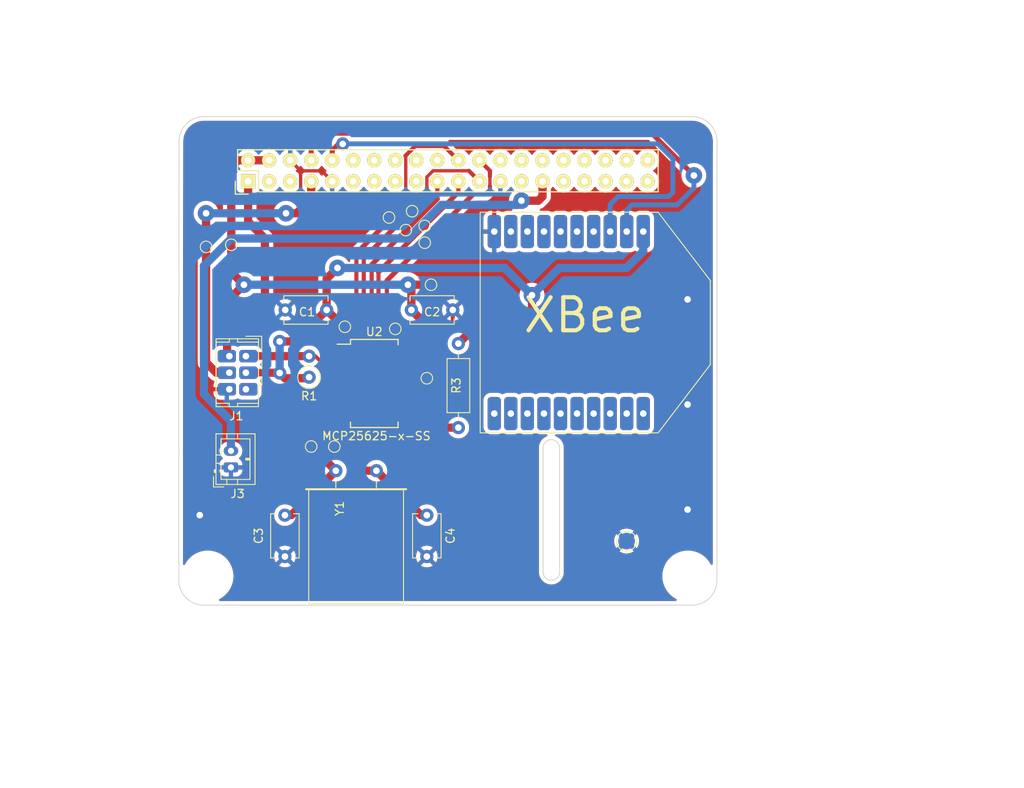
<source format=kicad_pcb>
(kicad_pcb (version 20211014) (generator pcbnew)
  (layers (0 "F.Cu" signal) (31 "B.Cu" signal) (34 "B.Paste" user) (35 "F.Paste" user) (36 "B.SilkS" user "B.Silkscreen") (37 "F.SilkS" user "F.Silkscreen") (38 "B.Mask" user) (39 "F.Mask" user) (44 "Edge.Cuts" user))
  (net 0 "")
  (net 1 "can_H")
  (net 2 "can_L")
  (net 6 "cmd_relais")
  (net 7 "GND")
  (net 15 "MOSI")
  (net 17 "MISO")
  (net 18 "INT")
  (net 19 "CLK")
  (net 20 "CS")
  (net 24 "/RPi_GPIO/Starter")
  (net 33 "/RPi_GPIO/BCM14_TXD")
  (net 34 "/RPi_GPIO/BCM15_RXD")
  (net 55 "Net-(C3-Pad1)")
  (net 56 "Net-(C4-Pad1)")
  (net 59 "Net-(R3-Pad2)")
  (net 60 "Net-(U2-Pad20)")
  (net 61 "Net-(U2-Pad21)")
  (net 69 "+3.3VA")
  (net 70 "+5V")
  (footprint "RPi_Hat:RPi_Hat_Mounting_Hole" (layer "F.Cu") (at 63.71 90.6)
    (fp_text reference "" hide)
    (fp_text value "" hide)
    (pad "" np_thru_hole circle locked (at 0 0) (size 2.75 2.75) (drill 2.75) (layers *.Cu *.Mask) (clearance 1.725))
  )
  (footprint "RPi_Hat:RPi_Hat_Mounting_Hole" (layer "F.Cu") (at 121.71 90.6)
    (fp_text reference "" hide)
    (fp_text value "" hide)
    (pad "" np_thru_hole circle locked (at 0 0) (size 2.75 2.75) (drill 2.75) (layers *.Cu *.Mask) (clearance 1.725))
  )
  (footprint "RPi_Hat:Pin_Header_Straight_2x20" (layer "F.Cu") (at 92.71 41.6 90)
    (fp_text reference "J2" hide)
    (fp_text value "RPi_GPIO")
    (fp_line (start -2.82 -25.68) (end -2.82 -24.13) (layer "F.SilkS") (width 0.15))
    (fp_line (start -2.54 -22.86) (end -2.54 25.4) (layer "F.SilkS") (width 0.15))
    (fp_line (start 2.54 -25.4) (end 0 -25.4) (layer "F.SilkS") (width 0.15))
    (fp_line (start 0 -22.86) (end -2.54 -22.86) (layer "F.SilkS") (width 0.15))
    (fp_line (start 0 -25.4) (end 0 -22.86) (layer "F.SilkS") (width 0.15))
    (fp_line (start 2.54 25.4) (end -2.54 25.4) (layer "F.SilkS") (width 0.15))
    (fp_line (start -1.27 -25.68) (end -2.82 -25.68) (layer "F.SilkS") (width 0.15))
    (fp_line (start 2.54 25.4) (end 2.54 -25.4) (layer "F.SilkS") (width 0.15))
    (pad "1" thru_hole rect locked (at -1.27 -24.13 90) (size 1.7272 1.7272) (drill 0.8) (layers *.Cu *.Mask "F.SilkS") (net 69 "+3.3VA"))
    (pad "2" thru_hole oval locked (at 1.27 -24.13 90) (size 1.7272 1.7272) (drill 0.8) (layers *.Cu *.Mask "F.SilkS") (net 70 "+5V"))
    (pad "3" thru_hole oval locked (at -1.27 -21.59 90) (size 1.7272 1.7272) (drill 0.8) (layers *.Cu *.Mask "F.SilkS"))
    (pad "4" thru_hole oval locked (at 1.27 -21.59 90) (size 1.7272 1.7272) (drill 0.8) (layers *.Cu *.Mask "F.SilkS") (net 70 "+5V"))
    (pad "5" thru_hole oval locked (at -1.27 -19.05 90) (size 1.7272 1.7272) (drill 0.8) (layers *.Cu *.Mask "F.SilkS"))
    (pad "6" thru_hole oval locked (at 1.27 -19.05 90) (size 1.7272 1.7272) (drill 0.8) (layers *.Cu *.Mask "F.SilkS") (net 7 "GND"))
    (pad "7" thru_hole oval locked (at -1.27 -16.51 90) (size 1.7272 1.7272) (drill 0.8) (layers *.Cu *.Mask "F.SilkS") (net 6 "cmd_relais"))
    (pad "8" thru_hole oval locked (at 1.27 -16.51 90) (size 1.7272 1.7272) (drill 0.8) (layers *.Cu *.Mask "F.SilkS") (net 33 "/RPi_GPIO/BCM14_TXD"))
    (pad "9" thru_hole oval locked (at -1.27 -13.97 90) (size 1.7272 1.7272) (drill 0.8) (layers *.Cu *.Mask "F.SilkS") (net 7 "GND"))
    (pad "10" thru_hole oval locked (at 1.27 -13.97 90) (size 1.7272 1.7272) (drill 0.8) (layers *.Cu *.Mask "F.SilkS") (net 34 "/RPi_GPIO/BCM15_RXD"))
    (pad "11" thru_hole oval locked (at -1.27 -11.43 90) (size 1.7272 1.7272) (drill 0.8) (layers *.Cu *.Mask "F.SilkS"))
    (pad "12" thru_hole oval locked (at 1.27 -11.43 90) (size 1.7272 1.7272) (drill 0.8) (layers *.Cu *.Mask "F.SilkS"))
    (pad "13" thru_hole oval locked (at -1.27 -8.89 90) (size 1.7272 1.7272) (drill 0.8) (layers *.Cu *.Mask "F.SilkS"))
    (pad "14" thru_hole oval locked (at 1.27 -8.89 90) (size 1.7272 1.7272) (drill 0.8) (layers *.Cu *.Mask "F.SilkS"))
    (pad "15" thru_hole oval locked (at -1.27 -6.35 90) (size 1.7272 1.7272) (drill 0.8) (layers *.Cu *.Mask "F.SilkS"))
    (pad "16" thru_hole oval locked (at 1.27 -6.35 90) (size 1.7272 1.7272) (drill 0.8) (layers *.Cu *.Mask "F.SilkS"))
    (pad "17" thru_hole oval locked (at -1.27 -3.81 90) (size 1.7272 1.7272) (drill 0.8) (layers *.Cu *.Mask "F.SilkS"))
    (pad "18" thru_hole oval locked (at 1.27 -3.81 90) (size 1.7272 1.7272) (drill 0.8) (layers *.Cu *.Mask "F.SilkS"))
    (pad "19" thru_hole oval locked (at -1.27 -1.27 90) (size 1.7272 1.7272) (drill 0.8) (layers *.Cu *.Mask "F.SilkS") (net 15 "MOSI"))
    (pad "20" thru_hole oval locked (at 1.27 -1.27 90) (size 1.7272 1.7272) (drill 0.8) (layers *.Cu *.Mask "F.SilkS"))
    (pad "21" thru_hole oval locked (at -1.27 1.27 90) (size 1.7272 1.7272) (drill 0.8) (layers *.Cu *.Mask "F.SilkS") (net 17 "MISO"))
    (pad "22" thru_hole oval locked (at 1.27 1.27 90) (size 1.7272 1.7272) (drill 0.8) (layers *.Cu *.Mask "F.SilkS") (net 18 "INT"))
    (pad "23" thru_hole oval locked (at -1.27 3.81 90) (size 1.7272 1.7272) (drill 0.8) (layers *.Cu *.Mask "F.SilkS") (net 19 "CLK"))
    (pad "24" thru_hole oval locked (at 1.27 3.81 90) (size 1.7272 1.7272) (drill 0.8) (layers *.Cu *.Mask "F.SilkS") (net 20 "CS"))
    (pad "25" thru_hole oval locked (at -1.27 6.35 90) (size 1.7272 1.7272) (drill 0.8) (layers *.Cu *.Mask "F.SilkS") (net 7 "GND"))
    (pad "26" thru_hole oval locked (at 1.27 6.35 90) (size 1.7272 1.7272) (drill 0.8) (layers *.Cu *.Mask "F.SilkS"))
    (pad "27" thru_hole oval locked (at -1.27 8.89 90) (size 1.7272 1.7272) (drill 0.8) (layers *.Cu *.Mask "F.SilkS"))
    (pad "28" thru_hole oval locked (at 1.27 8.89 90) (size 1.7272 1.7272) (drill 0.8) (layers *.Cu *.Mask "F.SilkS"))
    (pad "29" thru_hole oval locked (at -1.27 11.43 90) (size 1.7272 1.7272) (drill 0.8) (layers *.Cu *.Mask "F.SilkS") (net 24 "/RPi_GPIO/Starter"))
    (pad "30" thru_hole oval locked (at 1.27 11.43 90) (size 1.7272 1.7272) (drill 0.8) (layers *.Cu *.Mask "F.SilkS"))
    (pad "31" thru_hole oval locked (at -1.27 13.97 90) (size 1.7272 1.7272) (drill 0.8) (layers *.Cu *.Mask "F.SilkS"))
    (pad "32" thru_hole oval locked (at 1.27 13.97 90) (size 1.7272 1.7272) (drill 0.8) (layers *.Cu *.Mask "F.SilkS"))
    (pad "33" thru_hole oval locked (at -1.27 16.51 90) (size 1.7272 1.7272) (drill 0.8) (layers *.Cu *.Mask "F.SilkS"))
    (pad "34" thru_hole oval locked (at 1.27 16.51 90) (size 1.7272 1.7272) (drill 0.8) (layers *.Cu *.Mask "F.SilkS"))
    (pad "35" thru_hole oval locked (at -1.27 19.05 90) (size 1.7272 1.7272) (drill 0.8) (layers *.Cu *.Mask "F.SilkS"))
    (pad "36" thru_hole oval locked (at 1.27 19.05 90) (size 1.7272 1.7272) (drill 0.8) (layers *.Cu *.Mask "F.SilkS"))
    (pad "37" thru_hole oval locked (at -1.27 21.59 90) (size 1.7272 1.7272) (drill 0.8) (layers *.Cu *.Mask "F.SilkS"))
    (pad "38" thru_hole oval locked (at 1.27 21.59 90) (size 1.7272 1.7272) (drill 0.8) (layers *.Cu *.Mask "F.SilkS"))
    (pad "39" thru_hole oval locked (at -1.27 24.13 90) (size 1.7272 1.7272) (drill 0.8) (layers *.Cu *.Mask "F.SilkS"))
    (pad "40" thru_hole oval locked (at 1.27 24.13 90) (size 1.7272 1.7272) (drill 0.8) (layers *.Cu *.Mask "F.SilkS"))
  )
  (footprint "TestPoint:TestPoint_Pad_D1.0mm" (layer "F.Cu") (at 66.548 50.546)
    (fp_text reference "REF**" hide)
    (fp_text value "TestPoint_Pad_D1.0mm")
    (fp_circle (center 0 0) (end 0 0.7) (layer "F.SilkS") (width 0.12) (fill none))
    (pad "1" smd circle locked (at 0 0) (size 1 1) (layers "F.Cu" "F.Mask") (net 70 "+5V"))
  )
  (footprint "Resistor_THT:R_Axial_DIN0207_L6.3mm_D2.5mm_P10.16mm_Horizontal" (layer "F.Cu") (at 93.98 62.484 -90)
    (fp_text reference "R3" (at 5.08 0.254 90) (layer "F.SilkS"))
    (fp_text value "5k")
    (fp_line (start 1.81 -1.37) (end 1.81 1.37) (layer "F.SilkS") (width 0.12))
    (fp_line (start 8.35 -1.37) (end 1.81 -1.37) (layer "F.SilkS") (width 0.12))
    (fp_line (start 8.35 1.37) (end 8.35 -1.37) (layer "F.SilkS") (width 0.12))
    (fp_line (start 9.12 0) (end 8.35 0) (layer "F.SilkS") (width 0.12))
    (fp_line (start 1.04 0) (end 1.81 0) (layer "F.SilkS") (width 0.12))
    (fp_line (start 1.81 1.37) (end 8.35 1.37) (layer "F.SilkS") (width 0.12))
    (pad "1" thru_hole circle locked (at 0 0 270) (size 1.6 1.6) (drill 0.8) (layers *.Cu *.Mask) (net 70 "+5V"))
    (pad "2" thru_hole oval locked (at 10.16 0 270) (size 1.6 1.6) (drill 0.8) (layers *.Cu *.Mask) (net 59 "Net-(R3-Pad2)"))
  )
  (footprint "TestPoint:TestPoint_Pad_D1.0mm" (layer "F.Cu") (at 89.916 48.26)
    (fp_text reference "REF**" hide)
    (fp_text value "TestPoint_Pad_D1.0mm")
    (fp_circle (center 0 0) (end 0 0.7) (layer "F.SilkS") (width 0.12) (fill none))
    (pad "1" smd circle locked (at 0 0) (size 1 1) (layers "F.Cu" "F.Mask") (net 17 "MISO"))
  )
  (footprint "TestPoint:TestPoint_Pad_D1.0mm" (layer "F.Cu") (at 90.678 55.372)
    (fp_text reference "REF**" hide)
    (fp_text value "TestPoint_Pad_D1.0mm")
    (fp_circle (center 0 0) (end 0 0.7) (layer "F.SilkS") (width 0.12) (fill none))
    (pad "1" smd circle locked (at 0 0) (size 1 1) (layers "F.Cu" "F.Mask") (net 70 "+5V"))
  )
  (footprint "Package_SO:SSOP-28_5.3x10.2mm_P0.65mm" (layer "F.Cu") (at 83.82 67.31)
    (fp_text reference "U2" (at 0 -6.25) (layer "F.SilkS"))
    (fp_text value "MCP25625-x-SS" (at 0.254 6.35) (layer "F.SilkS"))
    (fp_line (start -2.875 -5.325) (end 2.875 -5.325) (layer "F.SilkS") (width 0.15))
    (fp_line (start -2.875 -4.75) (end -4.475 -4.75) (layer "F.SilkS") (width 0.15))
    (fp_line (start 2.875 5.325) (end 2.875 4.675) (layer "F.SilkS") (width 0.15))
    (fp_line (start 2.875 -5.325) (end 2.875 -4.675) (layer "F.SilkS") (width 0.15))
    (fp_line (start -2.875 5.325) (end 2.875 5.325) (layer "F.SilkS") (width 0.15))
    (fp_line (start -2.875 -5.325) (end -2.875 -4.75) (layer "F.SilkS") (width 0.15))
    (fp_line (start -2.875 5.325) (end -2.875 4.675) (layer "F.SilkS") (width 0.15))
    (pad "1" smd rect locked (at -3.6 -4.225) (size 1.75 0.45) (layers "F.Cu" "F.Paste" "F.Mask") (net 69 "+3.3VA"))
    (pad "2" smd rect locked (at -3.6 -3.575) (size 1.75 0.45) (layers "F.Cu" "F.Paste" "F.Mask"))
    (pad "3" smd rect locked (at -3.6 -2.925) (size 1.75 0.45) (layers "F.Cu" "F.Paste" "F.Mask") (net 2 "can_L"))
    (pad "4" smd rect locked (at -3.6 -2.275) (size 1.75 0.45) (layers "F.Cu" "F.Paste" "F.Mask") (net 1 "can_H"))
    (pad "5" smd rect locked (at -3.6 -1.625) (size 1.75 0.45) (layers "F.Cu" "F.Paste" "F.Mask"))
    (pad "6" smd rect locked (at -3.6 -0.975) (size 1.75 0.45) (layers "F.Cu" "F.Paste" "F.Mask"))
    (pad "7" smd rect locked (at -3.6 -0.325) (size 1.75 0.45) (layers "F.Cu" "F.Paste" "F.Mask"))
    (pad "8" smd rect locked (at -3.6 0.325) (size 1.75 0.45) (layers "F.Cu" "F.Paste" "F.Mask") (net 55 "Net-(C3-Pad1)"))
    (pad "9" smd rect locked (at -3.6 0.975) (size 1.75 0.45) (layers "F.Cu" "F.Paste" "F.Mask") (net 56 "Net-(C4-Pad1)"))
    (pad "10" smd rect locked (at -3.6 1.625) (size 1.75 0.45) (layers "F.Cu" "F.Paste" "F.Mask") (net 7 "GND"))
    (pad "11" smd rect locked (at -3.6 2.275) (size 1.75 0.45) (layers "F.Cu" "F.Paste" "F.Mask"))
    (pad "12" smd rect locked (at -3.6 2.925) (size 1.75 0.45) (layers "F.Cu" "F.Paste" "F.Mask"))
    (pad "13" smd rect locked (at -3.6 3.575) (size 1.75 0.45) (layers "F.Cu" "F.Paste" "F.Mask") (net 18 "INT"))
    (pad "14" smd rect locked (at -3.6 4.225) (size 1.75 0.45) (layers "F.Cu" "F.Paste" "F.Mask") (net 19 "CLK"))
    (pad "15" smd rect locked (at 3.6 4.225) (size 1.75 0.45) (layers "F.Cu" "F.Paste" "F.Mask") (net 15 "MOSI"))
    (pad "16" smd rect locked (at 3.6 3.575) (size 1.75 0.45) (layers "F.Cu" "F.Paste" "F.Mask") (net 17 "MISO"))
    (pad "17" smd rect locked (at 3.6 2.925) (size 1.75 0.45) (layers "F.Cu" "F.Paste" "F.Mask") (net 20 "CS"))
    (pad "18" smd rect locked (at 3.6 2.275) (size 1.75 0.45) (layers "F.Cu" "F.Paste" "F.Mask") (net 59 "Net-(R3-Pad2)"))
    (pad "19" smd rect locked (at 3.6 1.625) (size 1.75 0.45) (layers "F.Cu" "F.Paste" "F.Mask") (net 69 "+3.3VA"))
    (pad "20" smd rect locked (at 3.6 0.975) (size 1.75 0.45) (layers "F.Cu" "F.Paste" "F.Mask") (net 60 "Net-(U2-Pad20)"))
    (pad "21" smd rect locked (at 3.6 0.325) (size 1.75 0.45) (layers "F.Cu" "F.Paste" "F.Mask") (net 61 "Net-(U2-Pad21)"))
    (pad "22" smd rect locked (at 3.6 -0.325) (size 1.75 0.45) (layers "F.Cu" "F.Paste" "F.Mask"))
    (pad "23" smd rect locked (at 3.6 -0.975) (size 1.75 0.45) (layers "F.Cu" "F.Paste" "F.Mask"))
    (pad "24" smd rect locked (at 3.6 -1.625) (size 1.75 0.45) (layers "F.Cu" "F.Paste" "F.Mask") (net 60 "Net-(U2-Pad20)"))
    (pad "25" smd rect locked (at 3.6 -2.275) (size 1.75 0.45) (layers "F.Cu" "F.Paste" "F.Mask"))
    (pad "26" smd rect locked (at 3.6 -2.925) (size 1.75 0.45) (layers "F.Cu" "F.Paste" "F.Mask") (net 7 "GND"))
    (pad "27" smd rect locked (at 3.6 -3.575) (size 1.75 0.45) (layers "F.Cu" "F.Paste" "F.Mask") (net 70 "+5V"))
    (pad "28" smd rect locked (at 3.6 -4.225) (size 1.75 0.45) (layers "F.Cu" "F.Paste" "F.Mask") (net 61 "Net-(U2-Pad21)"))
  )
  (footprint "Connector_JST:JST_PH_B2B-PH-K_1x02_P2.00mm_Vertical" (layer "F.Cu") (at 66.506 77.454 90)
    (fp_text reference "J3" (at -3.191 0.804 180) (layer "F.SilkS"))
    (fp_text value "Conn_01x02")
    (fp_line (start -1.45 -1.2) (end -1.45 2.3) (layer "F.SilkS") (width 0.12))
    (fp_line (start -2.06 -1.81) (end -2.06 2.91) (layer "F.SilkS") (width 0.12))
    (fp_line (start -2.36 -2.11) (end -2.36 -0.86) (layer "F.SilkS") (width 0.12))
    (fp_line (start 0.9 2.3) (end 0.9 1.8) (layer "F.SilkS") (width 0.12))
    (fp_line (start 3.45 2.3) (end 3.45 -1.2) (layer "F.SilkS") (width 0.12))
    (fp_line (start 0.5 -1.81) (end 0.5 -1.2) (layer "F.SilkS") (width 0.12))
    (fp_line (start 1 2.3) (end 1 1.8) (layer "F.SilkS") (width 0.12))
    (fp_line (start 3.45 -1.2) (end 1.5 -1.2) (layer "F.SilkS") (width 0.12))
    (fp_line (start -2.06 2.91) (end 4.06 2.91) (layer "F.SilkS") (width 0.12))
    (fp_line (start 1.5 -1.2) (end 1.5 -1.81) (layer "F.SilkS") (width 0.12))
    (fp_line (start -1.11 -2.11) (end -2.36 -2.11) (layer "F.SilkS") (width 0.12))
    (fp_line (start -1.45 2.3) (end 3.45 2.3) (layer "F.SilkS") (width 0.12))
    (fp_line (start 4.06 2.91) (end 4.06 -1.81) (layer "F.SilkS") (width 0.12))
    (fp_line (start 4.06 -1.81) (end -2.06 -1.81) (layer "F.SilkS") (width 0.12))
    (fp_line (start 0.9 1.8) (end 1.1 1.8) (layer "F.SilkS") (width 0.12))
    (fp_line (start -0.3 -1.81) (end -0.3 -2.01) (layer "F.SilkS") (width 0.12))
    (fp_line (start -2.06 -0.5) (end -1.45 -0.5) (layer "F.SilkS") (width 0.12))
    (fp_line (start 4.06 0.8) (end 3.45 0.8) (layer "F.SilkS") (width 0.12))
    (fp_line (start -0.3 -2.01) (end -0.6 -2.01) (layer "F.SilkS") (width 0.12))
    (fp_line (start 4.06 -0.5) (end 3.45 -0.5) (layer "F.SilkS") (width 0.12))
    (fp_line (start -0.6 -2.01) (end -0.6 -1.81) (layer "F.SilkS") (width 0.12))
    (fp_line (start 1.1 1.8) (end 1.1 2.3) (layer "F.SilkS") (width 0.12))
    (fp_line (start -2.06 0.8) (end -1.45 0.8) (layer "F.SilkS") (width 0.12))
    (fp_line (start -0.3 -1.91) (end -0.6 -1.91) (layer "F.SilkS") (width 0.12))
    (fp_line (start 0.5 -1.2) (end -1.45 -1.2) (layer "F.SilkS") (width 0.12))
    (pad "1" thru_hole roundrect locked (at 0 0 90) (size 1.2 1.75) (drill 0.75) (layers *.Cu *.Mask) (roundrect_rratio 0.2083333333) (net 7 "GND"))
    (pad "2" thru_hole oval locked (at 2 0 90) (size 1.2 1.75) (drill 0.75) (layers *.Cu *.Mask) (net 24 "/RPi_GPIO/Starter"))
  )
  (footprint "TestPoint:TestPoint_Pad_D1.0mm" (layer "F.Cu") (at 78.994 74.93)
    (fp_text reference " " hide)
    (fp_text value "TestPoint_Pad_D1.0mm")
    (fp_circle (center 0 0) (end 0 0.7) (layer "F.SilkS") (width 0.12) (fill none))
    (pad "1" smd circle locked (at 0 0) (size 1 1) (layers "F.Cu" "F.Mask") (net 56 "Net-(C4-Pad1)"))
  )
  (footprint "TestPoint:TestPoint_Pad_D1.0mm" (layer "F.Cu") (at 90.17 66.675)
    (fp_text reference "REF**" hide)
    (fp_text value "TestPoint_Pad_D1.0mm")
    (fp_circle (center 0 0) (end 0 0.7) (layer "F.SilkS") (width 0.12) (fill none))
    (pad "1" smd circle locked (at 0 0) (size 1 1) (layers "F.Cu" "F.Mask") (net 60 "Net-(U2-Pad20)"))
  )
  (footprint "TestPoint:TestPoint_Pad_D1.0mm" (layer "F.Cu") (at 88.392 46.482)
    (fp_text reference "REF**" hide)
    (fp_text value "TestPoint_Pad_D1.0mm")
    (fp_circle (center 0 0) (end 0 0.7) (layer "F.SilkS") (width 0.12) (fill none))
    (pad "1" smd circle locked (at 0 0) (size 1 1) (layers "F.Cu" "F.Mask") (net 19 "CLK"))
  )
  (footprint "Capacitor_THT:C_Disc_D5.1mm_W3.2mm_P5.00mm" (layer "F.Cu") (at 88.305 58.42)
    (fp_text reference "C2" (at 2.5 0.254) (layer "F.SilkS"))
    (fp_text value "100 nF" hide)
    (fp_line (start 5.17 -1.721) (end 5.17 -1.055) (layer "F.SilkS") (width 0.12))
    (fp_line (start -0.17 1.055) (end -0.17 1.721) (layer "F.SilkS") (width 0.12))
    (fp_line (start -0.17 -1.721) (end 5.17 -1.721) (layer "F.SilkS") (width 0.12))
    (fp_line (start 5.17 1.055) (end 5.17 1.721) (layer "F.SilkS") (width 0.12))
    (fp_line (start -0.17 -1.721) (end -0.17 -1.055) (layer "F.SilkS") (width 0.12))
    (fp_line (start -0.17 1.721) (end 5.17 1.721) (layer "F.SilkS") (width 0.12))
    (pad "1" thru_hole circle locked (at 0 0) (size 1.6 1.6) (drill 0.8) (layers *.Cu *.Mask) (net 70 "+5V"))
    (pad "2" thru_hole circle locked (at 5 0) (size 1.6 1.6) (drill 0.8) (layers *.Cu *.Mask) (net 7 "GND"))
  )
  (footprint "Capacitor_THT:C_Disc_D5.1mm_W3.2mm_P5.00mm" (layer "F.Cu") (at 73.065 58.42)
    (fp_text reference "C1" (at 2.627 0.254) (layer "F.SilkS"))
    (fp_text value "100 nF" hide)
    (fp_line (start -0.17 -1.721) (end 5.17 -1.721) (layer "F.SilkS") (width 0.12))
    (fp_line (start -0.17 1.721) (end 5.17 1.721) (layer "F.SilkS") (width 0.12))
    (fp_line (start 5.17 -1.721) (end 5.17 -1.055) (layer "F.SilkS") (width 0.12))
    (fp_line (start -0.17 1.055) (end -0.17 1.721) (layer "F.SilkS") (width 0.12))
    (fp_line (start -0.17 -1.721) (end -0.17 -1.055) (layer "F.SilkS") (width 0.12))
    (fp_line (start 5.17 1.055) (end 5.17 1.721) (layer "F.SilkS") (width 0.12))
    (pad "1" thru_hole circle locked (at 0 0) (size 1.6 1.6) (drill 0.8) (layers *.Cu *.Mask) (net 7 "GND"))
    (pad "2" thru_hole circle locked (at 5 0) (size 1.6 1.6) (drill 0.8) (layers *.Cu *.Mask) (net 69 "+3.3VA"))
  )
  (footprint "Crystal:Crystal_HC50_Horizontal" (layer "F.Cu") (at 79.175 77.851)
    (fp_text reference "Y1" (at 0.454 4.572 90) (layer "F.SilkS"))
    (fp_text value "8MHz")
    (fp_line (start 8.175 16.06) (end 8.175 2.3) (layer "F.SilkS") (width 0.12))
    (fp_line (start 4.9 1.35) (end 4.9 1.35) (layer "F.SilkS") (width 0.12))
    (fp_line (start 8.525 2.18) (end 8.525 2.3) (layer "F.SilkS") (width 0.12))
    (fp_line (start -3.625 2.18) (end 8.525 2.18) (layer "F.SilkS") (width 0.12))
    (fp_line (start -3.625 2.3) (end -3.625 2.18) (layer "F.SilkS") (width 0.12))
    (fp_line (start 0 1.35) (end 0 1.35) (layer "F.SilkS") (width 0.12))
    (fp_line (start 0 2.3) (end 0 1.35) (layer "F.SilkS") (width 0.12))
    (fp_line (start 8.175 2.3) (end -3.275 2.3) (layer "F.SilkS") (width 0.12))
    (fp_line (start 8.525 2.3) (end -3.625 2.3) (layer "F.SilkS") (width 0.12))
    (fp_line (start -3.275 16.06) (end 8.175 16.06) (layer "F.SilkS") (width 0.12))
    (fp_line (start -3.275 2.3) (end -3.275 16.06) (layer "F.SilkS") (width 0.12))
    (fp_line (start 4.9 2.3) (end 4.9 1.35) (layer "F.SilkS") (width 0.12))
    (pad "1" thru_hole circle locked (at 0 0) (size 1.6 1.6) (drill 0.8) (layers *.Cu *.Mask) (net 55 "Net-(C3-Pad1)"))
    (pad "2" thru_hole circle locked (at 4.9 0) (size 1.6 1.6) (drill 0.8) (layers *.Cu *.Mask) (net 56 "Net-(C4-Pad1)"))
  )
  (footprint "Resistor_THT:R_Axial_DIN0207_L6.3mm_D2.5mm_P2.54mm_Vertical" (layer "F.Cu") (at 75.946 66.548 90)
    (fp_text reference "R1" (at -2.286 0 180) (layer "F.SilkS"))
    (fp_text value "R")
    (fp_line (start 1.37 0) (end 1.44 0) (layer "F.SilkS") (width 0.12))
    (fp_circle (center 0 0) (end 1.37 0) (layer "F.SilkS") (width 0.12) (fill none))
    (pad "1" thru_hole circle locked (at 0 0 90) (size 1.6 1.6) (drill 0.8) (layers *.Cu *.Mask) (net 2 "can_L"))
    (pad "2" thru_hole oval locked (at 2.54 0 90) (size 1.6 1.6) (drill 0.8) (layers *.Cu *.Mask) (net 1 "can_H"))
  )
  (footprint "TestPoint:TestPoint_Pad_D1.0mm" (layer "F.Cu") (at 80.264 60.452)
    (fp_text reference "REF**" hide)
    (fp_text value "TestPoint_Pad_D1.0mm")
    (fp_circle (center 0 0) (end 0 0.7) (layer "F.SilkS") (width 0.12) (fill none))
    (pad "1" smd circle locked (at 0 0) (size 1 1) (layers "F.Cu" "F.Mask") (net 69 "+3.3VA"))
  )
  (footprint "TestPoint:TestPoint_Pad_D1.0mm" (layer "F.Cu") (at 85.598 47.244)
    (fp_text reference "REF**" hide)
    (fp_text value "TestPoint_Pad_D1.0mm")
    (fp_circle (center 0 0) (end 0 0.7) (layer "F.SilkS") (width 0.12) (fill none))
    (pad "1" smd circle locked (at 0 0) (size 1 1) (layers "F.Cu" "F.Mask") (net 18 "INT"))
  )
  (footprint "Capacitor_THT:C_Disc_D5.1mm_W3.2mm_P5.00mm" (layer "F.Cu") (at 90.17 83.225 -90)
    (fp_text reference "C4" (at 2.5 -2.85 90) (layer "F.SilkS"))
    (fp_text value "22 pF" hide)
    (fp_line (start -0.17 1.055) (end -0.17 1.721) (layer "F.SilkS") (width 0.12))
    (fp_line (start -0.17 -1.721) (end -0.17 -1.055) (layer "F.SilkS") (width 0.12))
    (fp_line (start -0.17 1.721) (end 5.17 1.721) (layer "F.SilkS") (width 0.12))
    (fp_line (start 5.17 -1.721) (end 5.17 -1.055) (layer "F.SilkS") (width 0.12))
    (fp_line (start -0.17 -1.721) (end 5.17 -1.721) (layer "F.SilkS") (width 0.12))
    (fp_line (start 5.17 1.055) (end 5.17 1.721) (layer "F.SilkS") (width 0.12))
    (pad "1" thru_hole circle locked (at 0 0 270) (size 1.6 1.6) (drill 0.8) (layers *.Cu *.Mask) (net 56 "Net-(C4-Pad1)"))
    (pad "2" thru_hole circle locked (at 5 0 270) (size 1.6 1.6) (drill 0.8) (layers *.Cu *.Mask) (net 7 "GND"))
  )
  (footprint "TestPoint:TestPoint_Pad_D1.0mm" (layer "F.Cu") (at 89.916 50.292)
    (fp_text reference "REF**" hide)
    (fp_text value "TestPoint_Pad_D1.0mm")
    (fp_circle (center 0 0) (end 0 0.7) (layer "F.SilkS") (width 0.12) (fill none))
    (pad "1" smd circle locked (at 0 0) (size 1 1) (layers "F.Cu" "F.Mask") (net 20 "CS"))
  )
  (footprint "TestPoint:TestPoint_Pad_D1.0mm" (layer "F.Cu") (at 63.5 50.8)
    (fp_text reference "REF**" hide)
    (fp_text value "TestPoint_Pad_D1.0mm")
    (fp_circle (center 0 0) (end 0 0.7) (layer "F.SilkS") (width 0.12) (fill none))
    (pad "1" smd circle locked (at 0 0) (size 1 1) (layers "F.Cu" "F.Mask") (net 6 "cmd_relais"))
  )
  (footprint "Capacitor_THT:C_Disc_D5.1mm_W3.2mm_P5.00mm" (layer "F.Cu") (at 73.025 83.225 -90)
    (fp_text reference "C3" (at 2.5 3.175 90) (layer "F.SilkS"))
    (fp_text value "22 pF" hide)
    (fp_line (start 5.17 -1.721) (end 5.17 -1.055) (layer "F.SilkS") (width 0.12))
    (fp_line (start -0.17 -1.721) (end 5.17 -1.721) (layer "F.SilkS") (width 0.12))
    (fp_line (start -0.17 1.055) (end -0.17 1.721) (layer "F.SilkS") (width 0.12))
    (fp_line (start 5.17 1.055) (end 5.17 1.721) (layer "F.SilkS") (width 0.12))
    (fp_line (start -0.17 -1.721) (end -0.17 -1.055) (layer "F.SilkS") (width 0.12))
    (fp_line (start -0.17 1.721) (end 5.17 1.721) (layer "F.SilkS") (width 0.12))
    (pad "1" thru_hole circle locked (at 0 0 270) (size 1.6 1.6) (drill 0.8) (layers *.Cu *.Mask) (net 55 "Net-(C3-Pad1)"))
    (pad "2" thru_hole circle locked (at 5 0 270) (size 1.6 1.6) (drill 0.8) (layers *.Cu *.Mask) (net 7 "GND"))
  )
  (footprint "TestPoint:TestPoint_Pad_D2.0mm" (layer "F.Cu") (at 114.3 86.36)
    (fp_text reference "REF**" hide)
    (fp_text value "TestPoint_Pad_D2.0mm")
    (fp_circle (center 0 0) (end 0 1.2) (layer "F.SilkS") (width 0.12) (fill none))
    (pad "1" smd circle locked (at 0 0) (size 2 2) (layers "F.Cu" "F.Mask") (net 7 "GND"))
  )
  (footprint "TestPoint:TestPoint_Pad_D1.0mm" (layer "F.Cu") (at 86.36 60.706)
    (fp_text reference "REF**" hide)
    (fp_text value "TestPoint_Pad_D1.0mm")
    (fp_circle (center 0 0) (end 0 0.7) (layer "F.SilkS") (width 0.12) (fill none))
    (pad "1" smd circle locked (at 0 0) (size 1 1) (layers "F.Cu" "F.Mask") (net 61 "Net-(U2-Pad21)"))
  )
  (footprint "Connector_Hirose:Hirose_DF11-6DP-2DSA_2x03_P2.00mm_Vertical" (layer "F.Cu") (at 68.31 64.008 -90)
    (fp_text reference "J1" (at 7.239 1.143 180) (layer "F.SilkS"))
    (fp_text value "Conn_02x03_Odd_Even" hide)
    (fp_line (start 5.7 2) (end 6.1 2) (layer "F.SilkS") (width 0.12))
    (fp_line (start 0.5 -1.924) (end 1.5 -1.924) (layer "F.SilkS") (width 0.12))
    (fp_line (start 1.5 -1.924) (end 1.5 -1.524) (layer "F.SilkS") (width 0.12))
    (fp_line (start -1.7 -1.524) (end 0.5 -1.524) (layer "F.SilkS") (width 0.12))
    (fp_line (start -2.1 -1.524) (end -1.7 -1.524) (layer "F.SilkS") (width 0.12))
    (fp_line (start -2.41 -1.91) (end -0.5 -1.91) (layer "F.SilkS") (width 0.12))
    (fp_line (start -2.1 1) (end -1.7 1) (layer "F.SilkS") (width 0.12))
    (fp_line (start -1.7 3.6) (end 5.7 3.6) (layer "F.SilkS") (width 0.12))
    (fp_line (start 6.1 -1.524) (end 5.7 -1.524) (layer "F.SilkS") (width 0.12))
    (fp_line (start -2.41 0) (end -2.41 -1.91) (layer "F.SilkS") (width 0.12))
    (fp_line (start 2.5 -1.924) (end 3.5 -1.924) (layer "F.SilkS") (width 0.12))
    (fp_line (start 2.5 -1.524) (end 2.5 -1.924) (layer "F.SilkS") (width 0.12))
    (fp_line (start 6.1 3.6) (end 6.1 -1.524) (layer "F.SilkS") (width 0.12))
    (fp_line (start -1.7 2) (end -1.7 3.6) (layer "F.SilkS") (width 0.12))
    (fp_line (start -2.1 3.6) (end 6.1 3.6) (layer "F.SilkS") (width 0.12))
    (fp_line (start 0.5 -1.524) (end 0.5 -1.924) (layer "F.SilkS") (width 0.12))
    (fp_line (start 5.7 -1.524) (end 3.5 -1.524) (layer "F.SilkS") (width 0.12))
    (fp_line (start -1.7 1) (end -1.7 -1.524) (layer "F.SilkS") (width 0.12))
    (fp_line (start 5.7 1) (end 5.7 -1.524) (layer "F.SilkS") (width 0.12))
    (fp_line (start 6.1 1) (end 5.7 1) (layer "F.SilkS") (width 0.12))
    (fp_line (start 3.5 -1.524) (end 3.5 -1.924) (layer "F.SilkS") (width 0.12))
    (fp_line (start -2.1 2) (end -1.7 2) (layer "F.SilkS") (width 0.12))
    (fp_line (start 5.7 3.6) (end 5.7 2) (layer "F.SilkS") (width 0.12))
    (fp_line (start -2.1 -1.524) (end -2.1 3.6) (layer "F.SilkS") (width 0.12))
    (fp_line (start 1.5 -1.524) (end 2.5 -1.524) (layer "F.SilkS") (width 0.12))
    (pad "1" thru_hole roundrect (at 0 0 270) (size 1.5 2.2) (drill 0.8 (offset 0 -0.3)) (layers *.Cu *.Mask) (roundrect_rratio 0.2083333333) (net 1 "can_H"))
    (pad "2" thru_hole roundrect (at 0 2 90) (size 1.5 2.2) (drill 0.8 (offset 0 -0.3)) (layers *.Cu *.Mask) (roundrect_rratio 0.2083333333) (net 70 "+5V"))
    (pad "3" thru_hole roundrect (at 2 0 270) (size 1.5 2.2) (drill 0.8 (offset 0 -0.3)) (layers *.Cu *.Mask) (roundrect_rratio 0.2083333333) (net 2 "can_L"))
    (pad "4" thru_hole roundrect (at 2 2 90) (size 1.5 2.2) (drill 0.8 (offset 0 -0.3)) (layers *.Cu *.Mask) (roundrect_rratio 0.2083333333) (net 6 "cmd_relais"))
    (pad "5" thru_hole roundrect (at 4 0 270) (size 1.5 2.2) (drill 0.8 (offset 0 -0.3)) (layers *.Cu *.Mask) (roundrect_rratio 0.2083333333))
    (pad "6" thru_hole roundrect (at 4 2 90) (size 1.5 2.2) (drill 0.8 (offset 0 -0.3)) (layers *.Cu *.Mask) (roundrect_rratio 0.2083333333) (net 7 "GND"))
  )
  (footprint "TestPoint:TestPoint_Pad_D1.0mm" (layer "F.Cu") (at 76.2 74.93)
    (fp_text reference " " hide)
    (fp_text value "TestPoint_Pad_D1.0mm")
    (fp_circle (center 0 0) (end 0 0.7) (layer "F.SilkS") (width 0.12) (fill none))
    (pad "1" smd circle locked (at 0 0) (size 1 1) (layers "F.Cu" "F.Mask") (net 55 "Net-(C3-Pad1)"))
  )
  (footprint "TestPoint:TestPoint_Pad_D1.0mm" (layer "F.Cu") (at 87.63 48.768)
    (fp_text reference "REF**" hide)
    (fp_text value "TestPoint_Pad_D1.0mm")
    (fp_circle (center 0 0) (end 0 0.7) (layer "F.SilkS") (width 0.12) (fill none))
    (pad "1" smd circle locked (at 0 0) (size 1 1) (layers "F.Cu" "F.Mask") (net 15 "MOSI"))
  )
  (footprint "Autre:XBEE-20_THT" (layer "F.Cu") (at 107.315 59.944 -90)
    (fp_text reference "U1" hide)
    (fp_text value "XBee" hide)
    (fp_line (start 5.08 -17.1) (end 13.335 -10.795) (layer "F.SilkS") (width 0.12))
    (fp_line (start 13.335 10.7) (end -13.335 10.7) (layer "F.SilkS") (width 0.12))
    (fp_line (start -13.335 -10.795) (end -5.08 -17.1) (layer "F.SilkS") (width 0.12))
    (fp_line (start 13.335 10.7) (end 13.335 -10.795) (layer "F.SilkS") (width 0.12))
    (fp_line (start -13.335 10.7) (end -13.335 -10.795) (layer "F.SilkS") (width 0.12))
    (fp_line (start -5.08 -17.1) (end 5.08 -17.1) (layer "F.SilkS") (width 0.12))
    (pad "1" thru_hole roundrect (at -11 -9 270) (size 4 1.6) (drill 0.8) (layers *.Cu *.Mask) (net 69 "+3.3VA"))
    (pad "2" thru_hole roundrect (at -11 -7 270) (size 4 1.6) (drill 0.8) (layers *.Cu *.Mask) (net 33 "/RPi_GPIO/BCM14_TXD"))
    (pad "3" thru_hole roundrect (at -11 -5 270) (size 4 1.6) (drill 0.8) (layers *.Cu *.Mask) (net 34 "/RPi_GPIO/BCM15_RXD"))
    (pad "4" thru_hole roundrect (at -11 -3 270) (size 4 1.6) (drill 0.8) (layers *.Cu *.Mask))
    (pad "5" thru_hole roundrect (at -11 -1 270) (size 4 1.6) (drill 0.8) (layers *.Cu *.Mask))
    (pad "6" thru_hole roundrect (at -11 1 270) (size 4 1.6) (drill 0.8) (layers *.Cu *.Mask))
    (pad "7" thru_hole roundrect (at -11 3 270) (size 4 1.6) (drill 0.8) (layers *.Cu *.Mask))
    (pad "8" thru_hole roundrect (at -11 5 270) (size 4 1.6) (drill 0.8) (layers *.Cu *.Mask))
    (pad "9" thru_hole roundrect (at -11 7 270) (size 4 1.6) (drill 0.8) (layers *.Cu *.Mask))
    (pad "10" thru_hole roundrect (at -11 9 270) (size 4 1.6) (drill 0.8) (layers *.Cu *.Mask) (net 7 "GND"))
    (pad "11" thru_hole roundrect (at 11 9 270) (size 4 1.6) (drill 0.8) (layers *.Cu *.Mask))
    (pad "12" thru_hole roundrect (at 11 7 270) (size 4 1.6) (drill 0.8) (layers *.Cu *.Mask))
    (pad "13" thru_hole roundrect (at 11 5 270) (size 4 1.6) (drill 0.8) (layers *.Cu *.Mask))
    (pad "14" thru_hole roundrect (at 11 3 270) (size 4 1.6) (drill 0.8) (layers *.Cu *.Mask))
    (pad "15" thru_hole roundrect (at 11 1 270) (size 4 1.6) (drill 0.8) (layers *.Cu *.Mask))
    (pad "16" thru_hole roundrect (at 11 -1 270) (size 4 1.6) (drill 0.8) (layers *.Cu *.Mask))
    (pad "17" thru_hole roundrect (at 11 -3 270) (size 4 1.6) (drill 0.8) (layers *.Cu *.Mask))
    (pad "18" thru_hole roundrect (at 11 -5 270) (size 4 1.6) (drill 0.8) (layers *.Cu *.Mask))
    (pad "19" thru_hole roundrect (at 11 -7 270) (size 4 1.6) (drill 0.8) (layers *.Cu *.Mask))
    (pad "20" thru_hole roundrect (at 11 -9 270) (size 4 1.6) (drill 0.8) (layers *.Cu *.Mask))
  )
  (footprint "" (layer "B.Cu") (at 114.3 86.36 180)
    (fp_text reference "" (at 0 0) (layer "B.SilkS") (effects (font (size 1.27 1.27)) (justify mirror)))
    (fp_text value "" (at 0 0) (layer "B.SilkS") (effects (font (size 1.27 1.27)) (justify mirror)))
    (pad "1" smd circle locked (at 0 0 180) (size 2 2) (layers "B.Cu" "B.Mask") (net 7 "GND"))
  )
  (gr_arc (start 122.222 35.052) (mid 124.34332 35.93068) (end 125.222 38.052) (layer "Edge.Cuts") (width 0.1))
  (gr_arc (start 60.246 38.052) (mid 61.12468 35.93068) (end 63.246 35.052) (layer "Edge.Cuts") (width 0.1))
  (gr_arc locked (start 63.21 94.1) (mid 61.08868 93.22132) (end 60.21 91.1) (layer "Edge.Cuts") (width 0.1))
  (gr_arc locked (start 125.21 91.1) (mid 124.33132 93.22132) (end 122.21 94.1) (layer "Edge.Cuts") (width 0.1))
  (gr_line locked (start 106.21 75.1) (end 106.21 90.1) (layer "Edge.Cuts") (width 0.1))
  (gr_arc locked (start 106.21 90.1) (mid 105.21 91.1) (end 104.21 90.1) (layer "Edge.Cuts") (width 0.1))
  (gr_line (start 60.21 56.6) (end 60.21 75.6) (layer "Edge.Cuts") (width 0.1))
  (gr_line locked (start 125.21 40.6) (end 125.21 91.1) (layer "Edge.Cuts") (width 0.1))
  (gr_line (start 125.222 38.052) (end 125.21 40.6) (layer "Edge.Cuts") (width 0.1))
  (gr_line (start 63.246 35.052) (end 122.222 35.052) (layer "Edge.Cuts") (width 0.1))
  (gr_line (start 60.246 38.052) (end 60.21 56.6) (layer "Edge.Cuts") (width 0.1))
  (gr_line locked (start 104.21 75.1) (end 104.21 90.1) (layer "Edge.Cuts") (width 0.1))
  (gr_arc locked (start 104.21 75.1) (mid 105.21 74.1) (end 106.21 75.1) (layer "Edge.Cuts") (width 0.1))
  (gr_line locked (start 60.21 75.6) (end 60.21 91.1) (layer "Edge.Cuts") (width 0.1))
  (gr_line locked (start 63.21 94.1) (end 122.21 94.1) (layer "Edge.Cuts") (width 0.1))
  (gr_text "XBee" (at 109.22 59.055) (layer "F.SilkS") (effects (font (size 4 4) (thickness 0.5))))
  (segment (start 75.946 64.008) (end 76.708 64.008) (width 0.45) (layer "F.Cu") (net 1))
  (segment (start 76.708 64.008) (end 77.735 65.035) (width 0.45) (layer "F.Cu") (net 1))
  (segment (start 77.735 65.035) (end 80.22 65.035) (width 0.45) (layer "F.Cu") (net 1))
  (segment (start 75.946 64.008) (end 68.31 64.008) (width 1) (layer "F.Cu") (net 1))
  (segment (start 80.22 64.385) (end 79.117 64.385) (width 0.45) (layer "F.Cu") (net 2))
  (segment (start 79.117 64.385) (end 76.962 62.23) (width 0.45) (layer "F.Cu") (net 2))
  (segment (start 72.358 66.008) (end 73.025 66.675) (width 1) (layer "F.Cu") (net 2))
  (segment (start 75.819 66.675) (end 75.946 66.548) (width 1) (layer "F.Cu") (net 2))
  (segment (start 68.31 66.008) (end 72.358 66.008) (width 1) (layer "F.Cu") (net 2))
  (segment (start 73.025 66.675) (end 75.819 66.675) (width 1) (layer "F.Cu") (net 2))
  (segment (start 76.962 62.23) (end 72.39 62.23) (width 1) (layer "F.Cu") (net 2))
  (via (at 72.39 66.04) (size 1.6) (drill 0.8) (layers "F.Cu" "B.Cu") (net 2))
  (via (at 72.39 62.23) (size 1.6) (drill 0.8) (layers "F.Cu" "B.Cu") (net 2))
  (segment (start 72.39 62.23) (end 72.39 66.04) (width 1) (layer "B.Cu") (net 2))
  (segment (start 74.444087 46.736) (end 76.2 44.980087) (width 1) (layer "F.Cu") (net 6))
  (segment (start 64.738 66.008) (end 63.5 64.77) (width 1) (layer "F.Cu") (net 6))
  (segment (start 73.152 46.736) (end 74.444087 46.736) (width 1) (layer "F.Cu") (net 6))
  (segment (start 66.31 66.008) (end 64.738 66.008) (width 1) (layer "F.Cu") (net 6))
  (segment (start 76.2 44.980087) (end 76.2 42.87) (width 1) (layer "F.Cu") (net 6))
  (segment (start 63.5 64.77) (end 63.5 46.736) (width 1) (layer "F.Cu") (net 6))
  (via (at 63.5 46.736) (size 2) (drill 0.8) (layers "F.Cu" "B.Cu") (net 6))
  (via (at 73.152 46.736) (size 2) (drill 0.8) (layers "F.Cu" "B.Cu") (net 6))
  (segment (start 63.5 46.736) (end 73.152 46.736) (width 1) (layer "B.Cu") (net 6))
  (segment (start 74.936889 41.606889) (end 77.476889 41.606889) (width 0.4) (layer "F.Cu") (net 7))
  (segment (start 88.650718 64.385) (end 87.42 64.385) (width 0.25) (layer "F.Cu") (net 7))
  (segment (start 77.476889 41.606889) (end 78.74 42.87) (width 0.4) (layer "F.Cu") (net 7))
  (segment (start 80.22 68.935) (end 79.147 68.935) (width 0.45) (layer "F.Cu") (net 7))
  (segment (start 79.147 68.935) (end 77.216 70.866) (width 0.45) (layer "F.Cu") (net 7))
  (segment (start 73.66 40.33) (end 74.936889 41.606889) (width 0.4) (layer "F.Cu") (net 7))
  (segment (start 93.305 58.42) (end 93.305 59.907494) (width 0.5) (layer "F.Cu") (net 7))
  (segment (start 88.827494 64.385) (end 87.42 64.385) (width 0.45) (layer "F.Cu") (net 7))
  (segment (start 75.011889 41.681889) (end 74.923111 41.770667) (width 0.4) (layer "F.Cu") (net 7))
  (segment (start 77.551889 41.681889) (end 78.74 42.87) (width 0.25) (layer "F.Cu") (net 7))
  (segment (start 93.305 59.907494) (end 88.902975 64.309519) (width 0.5) (layer "F.Cu") (net 7))
  (segment (start 74.923111 41.770667) (end 74.923111 44.075889) (width 0.4) (layer "F.Cu") (net 7))
  (segment (start 88.902975 64.309519) (end 88.827494 64.385) (width 0.45) (layer "F.Cu") (net 7))
  (via (at 62.738 83.225) (size 2) (drill 0.8) (layers "F.Cu" "B.Cu") (net 7))
  (via (at 121.666 69.85) (size 2) (drill 0.8) (layers "F.Cu" "B.Cu") (net 7))
  (via (at 121.666 82.55) (size 2) (drill 0.8) (layers "F.Cu" "B.Cu") (net 7))
  (via (at 121.666 57.15) (size 2) (drill 0.8) (layers "F.Cu" "B.Cu") (net 7))
  (segment (start 91.44 45.0088) (end 91.44 42.87) (width 0.5) (layer "F.Cu") (net 15))
  (segment (start 86.317018 71.797982) (end 85.767982 71.797982) (width 0.5) (layer "F.Cu") (net 15))
  (segment (start 83.503519 71.028751) (end 83.503519 52.945281) (width 0.5) (layer "F.Cu") (net 15))
  (segment (start 83.503519 52.945281) (end 91.44 45.0088) (width 0.6) (layer "F.Cu") (net 15))
  (segment (start 84.27275 71.797982) (end 83.503519 71.028751) (width 0.5) (layer "F.Cu") (net 15))
  (segment (start 87.42 71.535) (end 86.030964 71.535) (width 0.45) (layer "F.Cu") (net 15))
  (segment (start 86.030964 71.535) (end 85.767982 71.797982) (width 0.45) (layer "F.Cu") (net 15))
  (segment (start 85.767982 71.797982) (end 84.27275 71.797982) (width 0.5) (layer "F.Cu") (net 15))
  (segment (start 85.781708 70.885) (end 85.817063 70.885) (width 0.5) (layer "F.Cu") (net 17))
  (segment (start 84.328 53.848) (end 84.328 69.431292) (width 0.5) (layer "F.Cu") (net 17))
  (segment (start 93.98 44.196) (end 84.328 53.848) (width 0.6) (layer "F.Cu") (net 17))
  (segment (start 93.98 42.87) (end 93.98 44.196) (width 0.5) (layer "F.Cu") (net 17))
  (segment (start 85.852419 70.885) (end 85.817063 70.885) (width 0.45) (layer "F.Cu") (net 17))
  (segment (start 84.328 69.431292) (end 85.781708 70.885) (width 0.5) (layer "F.Cu") (net 17))
  (segment (start 87.42 70.885) (end 85.852419 70.885) (width 0.45) (layer "F.Cu") (net 17))
  (segment (start 81.519022 70.885) (end 81.661 70.743022) (width 0.45) (layer "F.Cu") (net 18))
  (segment (start 87.623111 45.599889) (end 87.503 45.72) (width 0.4) (layer "F.Cu") (net 18))
  (segment (start 87.586889 39.786091) (end 87.586889 39.822313) (width 0.5) (layer "F.Cu") (net 18))
  (segment (start 80.22 70.885) (end 81.519022 70.885) (width 0.45) (layer "F.Cu") (net 18))
  (segment (start 81.661 51.562) (end 87.503 45.72) (width 0.6) (layer "F.Cu") (net 18))
  (segment (start 81.661 70.743022) (end 81.661 51.562) (width 0.5) (layer "F.Cu") (net 18))
  (segment (start 93.98 40.33) (end 92.258 38.608) (width 0.5) (layer "F.Cu") (net 18))
  (segment (start 88.76498 38.608) (end 87.586889 39.786091) (width 0.5) (layer "F.Cu") (net 18))
  (segment (start 87.623111 39.822313) (end 87.623111 45.599889) (width 0.4) (layer "F.Cu") (net 18))
  (segment (start 92.258 38.608) (end 88.76498 38.608) (width 0.5) (layer "F.Cu") (net 18))
  (segment (start 80.22 71.535) (end 82.008 71.535) (width 0.45) (layer "F.Cu") (net 19))
  (segment (start 90.176889 44.570111) (end 90.176889 43.681111) (width 0.5) (layer "F.Cu") (net 19))
  (segment (start 82.55 52.197) (end 90.176889 44.570111) (width 0.6) (layer "F.Cu") (net 19))
  (segment (start 82.008 71.535) (end 82.55 70.993) (width 0.5) (layer "F.Cu") (net 19))
  (segment (start 90.92369 41.6) (end 90.176889 42.346801) (width 0.4) (layer "F.Cu") (net 19))
  (segment (start 90.176889 42.346801) (end 90.176889 43.681111) (width 0.4) (layer "F.Cu") (net 19))
  (segment (start 82.55 70.993) (end 82.55 52.197) (width 0.5) (layer "F.Cu") (net 19))
  (segment (start 96.52 42.87) (end 95.25 41.6) (width 0.5) (layer "F.Cu") (net 19))
  (segment (start 95.25 41.6) (end 90.92369 41.6) (width 0.4) (layer "F.Cu") (net 19))
  (segment (start 97.79 41.6) (end 97.79 42.28298) (width 0.5) (layer "F.Cu") (net 20))
  (segment (start 97.282 44.45) (end 95.758 44.45) (width 0.5) (layer "F.Cu") (net 20))
  (segment (start 97.79 43.942) (end 97.282 44.45) (width 0.5) (layer "F.Cu") (net 20))
  (segment (start 85.344 54.864) (end 85.344 69.458022) (width 0.5) (layer "F.Cu") (net 20))
  (segment (start 85.344 69.458022) (end 86.096458 70.21048) (width 0.5) (layer "F.Cu") (net 20))
  (segment (start 86.096458 70.21048) (end 86.120978 70.21048) (width 0.5) (layer "F.Cu") (net 20))
  (segment (start 86.364 70.235) (end 86.120978 70.235) (width 0.45) (layer "F.Cu") (net 20))
  (segment (start 96.52 40.33) (end 97.79 41.6) (width 0.5) (layer "F.Cu") (net 20))
  (segment (start 97.79 43.434) (end 97.79 43.942) (width 0.5) (layer "F.Cu") (net 20))
  (segment (start 87.42 70.235) (end 86.364 70.235) (width 0.45) (layer "F.Cu") (net 20))
  (segment (start 97.79 42.28298) (end 97.79 43.434) (width 0.4) (layer "F.Cu") (net 20))
  (segment (start 95.758 44.45) (end 85.344 54.864) (width 0.6) (layer "F.Cu") (net 20))
  (segment (start 104.14 44.704) (end 104.14 42.87) (width 1) (layer "F.Cu") (net 24))
  (segment (start 101.6 45.212) (end 101.798 45.212) (width 0.6) (layer "F.Cu") (net 24))
  (segment (start 101.798 45.212) (end 103.632 45.212) (width 1) (layer "F.Cu") (net 24))
  (segment (start 103.632 45.212) (end 104.14 44.704) (width 1) (layer "F.Cu") (net 24))
  (via (at 101.6 45.212) (size 2) (drill 0.8) (layers "F.Cu" "B.Cu") (net 24))
  (segment (start 101.092 45.72) (end 91.948 45.72) (width 1) (layer "B.Cu") (net 24))
  (segment (start 63.246 68.590924) (end 66.506 71.850924) (width 1) (layer "B.Cu") (net 24))
  (segment (start 101.6 45.212) (end 101.092 45.72) (width 1) (layer "B.Cu") (net 24))
  (segment (start 66.548 49.784) (end 63.246 53.086) (width 1) (layer "B.Cu") (net 24))
  (segment (start 91.948 45.72) (end 87.884 49.784) (width 1) (layer "B.Cu") (net 24))
  (segment (start 63.246 53.086) (end 63.246 68.590924) (width 1) (layer "B.Cu") (net 24))
  (segment (start 66.506 71.850924) (end 66.506 75.454) (width 1) (layer "B.Cu") (net 24))
  (segment (start 87.884 49.784) (end 66.548 49.784) (width 1) (layer "B.Cu") (net 24))
  (segment (start 117.318489 37.054489) (end 122.428 42.164) (width 0.6) (layer "F.Cu") (net 33))
  (segment (start 76.2 40.33) (end 76.2 38.862) (width 0.6) (layer "F.Cu") (net 33))
  (segment (start 76.2 38.862) (end 78.007511 37.054489) (width 0.6) (layer "F.Cu") (net 33))
  (segment (start 78.007511 37.054489) (end 117.318489 37.054489) (width 0.6) (layer "F.Cu") (net 33))
  (via (at 122.428 42.164) (size 2) (drill 0.8) (layers "F.Cu" "B.Cu") (net 33))
  (segment (start 114.315 46.34) (end 114.315 47.42) (width 0.6) (layer "B.Cu") (net 33))
  (segment (start 122.428 42.164) (end 122.428 43.688) (width 0.6) (layer "B.Cu") (net 33))
  (segment (start 114.935 45.72) (end 114.315 46.34) (width 0.6) (layer "B.Cu") (net 33))
  (segment (start 120.396 45.72) (end 114.935 45.72) (width 0.6) (layer "B.Cu") (net 33))
  (segment (start 122.428 43.688) (end 120.396 45.72) (width 0.6) (layer "B.Cu") (net 33))
  (segment (start 79.502 38.354) (end 78.74 39.116) (width 0.6) (layer "F.Cu") (net 34))
  (segment (start 80.01 38.354) (end 79.502 38.354) (width 0.6) (layer "F.Cu") (net 34))
  (segment (start 78.74 39.116) (end 78.74 40.33) (width 0.6) (layer "F.Cu") (net 34))
  (via (at 80.01 38.354) (size 1.6) (drill 0.8) (layers "F.Cu" "B.Cu") (net 34))
  (segment (start 80.01 38.354) (end 80.018581 38.345419) (width 0.6) (layer "B.Cu") (net 34))
  (segment (start 119.888 40.132) (end 119.888 44.196) (width 0.6) (layer "B.Cu") (net 34))
  (segment (start 113.284 44.704) (end 112.315 45.673) (width 0.6) (layer "B.Cu") (net 34))
  (segment (start 80.018581 38.345419) (end 118.101419 38.345419) (width 0.6) (layer "B.Cu") (net 34))
  (segment (start 118.101419 38.345419) (end 119.888 40.132) (width 0.6) (layer "B.Cu") (net 34))
  (segment (start 119.38 44.704) (end 113.284 44.704) (width 0.6) (layer "B.Cu") (net 34))
  (segment (start 112.315 45.673) (end 112.315 47.42) (width 0.6) (layer "B.Cu") (net 34))
  (segment (start 119.888 44.196) (end 119.38 44.704) (width 0.6) (layer "B.Cu") (net 34))
  (segment (start 73.801 83.225) (end 73.025 83.225) (width 0.6) (layer "F.Cu") (net 55))
  (segment (start 79.175 77.851) (end 73.801 83.225) (width 1) (layer "F.Cu") (net 55))
  (segment (start 74.676 70.612) (end 74.676 73.352) (width 0.6) (layer "F.Cu") (net 55))
  (segment (start 74.676 73.352) (end 79.175 77.851) (width 1) (layer "F.Cu") (net 55))
  (segment (start 80.22 67.635) (end 77.653 67.635) (width 0.45) (layer "F.Cu") (net 55))
  (segment (start 77.653 67.635) (end 74.676 70.612) (width 0.6) (layer "F.Cu") (net 55))
  (segment (start 84.075 77.851) (end 89.449 83.225) (width 1) (layer "F.Cu") (net 56))
  (segment (start 89.449 83.225) (end 90.17 83.225) (width 0.5) (layer "F.Cu") (net 56))
  (segment (start 84.075 77.851) (end 81.915 77.851) (width 1) (layer "F.Cu") (net 56))
  (segment (start 78.273 68.285) (end 76.2 70.358) (width 0.45) (layer "F.Cu") (net 56))
  (segment (start 80.22 68.285) (end 78.273 68.285) (width 0.45) (layer "F.Cu") (net 56))
  (segment (start 76.2 72.136) (end 81.915 77.851) (width 0.6) (layer "F.Cu") (net 56))
  (segment (start 76.2 70.358) (end 76.2 72.136) (width 0.6) (layer "F.Cu") (net 56))
  (segment (start 90.17 70.485) (end 92.329 72.644) (width 1) (layer "F.Cu") (net 59))
  (segment (start 92.329 72.644) (end 93.98 72.644) (width 1) (layer "F.Cu") (net 59))
  (segment (start 90.17 70.485) (end 89.27 69.585) (width 0.45) (layer "F.Cu") (net 59))
  (segment (start 89.27 69.585) (end 87.42 69.585) (width 0.45) (layer "F.Cu") (net 59))
  (segment (start 89.408 66.548) (end 89.408 66.373978) (width 0.5) (layer "F.Cu") (net 60))
  (segment (start 89.408 66.373978) (end 88.719022 65.685) (width 0.45) (layer "F.Cu") (net 60))
  (segment (start 89.408 66.548) (end 89.535 66.675) (width 0.5) (layer "F.Cu") (net 60))
  (segment (start 88.719022 65.685) (end 87.42 65.685) (width 0.45) (layer "F.Cu") (net 60))
  (segment (start 88.719022 68.285) (end 87.42 68.285) (width 0.45) (layer "F.Cu") (net 60))
  (segment (start 89.408 66.548) (end 89.408 67.596022) (width 0.5) (layer "F.Cu") (net 60))
  (segment (start 89.408 67.596022) (end 88.719022 68.285) (width 0.45) (layer "F.Cu") (net 60))
  (segment (start 89.535 66.675) (end 90.17 66.675) (width 0.6) (layer "F.Cu") (net 60))
  (segment (start 87.419511 67.635489) (end 86.121467 67.635489) (width 0.45) (layer "F.Cu") (net 61))
  (segment (start 86.36 62.865) (end 86.58 63.085) (width 0.4) (layer "F.Cu") (net 61))
  (segment (start 86.36 60.96) (end 86.36 62.865) (width 0.4) (layer "F.Cu") (net 61))
  (segment (start 86.120489 67.634511) (end 86.120489 63.085489) (width 0.45) (layer "F.Cu") (net 61))
  (segment (start 86.58 63.085) (end 87.42 63.085) (width 0.45) (layer "F.Cu") (net 61))
  (segment (start 86.121467 67.635489) (end 86.120489 67.634511) (width 0.45) (layer "F.Cu") (net 61))
  (segment (start 86.120978 63.085) (end 86.58 63.085) (width 0.45) (layer "F.Cu") (net 61))
  (segment (start 87.42 67.635) (end 87.419511 67.635489) (width 0.45) (layer "F.Cu") (net 61))
  (segment (start 79.375 53.34) (end 78.065 54.65) (width 1) (layer "F.Cu") (net 69))
  (segment (start 80.22 63.085) (end 80.22 60.575) (width 0.45) (layer "F.Cu") (net 69))
  (segment (start 102.87 56.642) (end 102.87 59.817) (width 1) (layer "F.Cu") (net 69))
  (segment (start 68.58 42.87) (end 68.58 47.752) (width 1) (layer "F.Cu") (net 69))
  (segment (start 76.287 60.198) (end 78.065 58.42) (width 1) (layer "F.Cu") (net 69))
  (segment (start 78.065 54.65) (end 78.065 58.42) (width 1) (layer "F.Cu") (net 69))
  (segment (start 71.882 60.198) (end 76.287 60.198) (width 1) (layer "F.Cu") (net 69))
  (segment (start 102.87 59.817) (end 93.752 68.935) (width 1) (layer "F.Cu") (net 69))
  (segment (start 68.58 47.752) (end 70.612 49.784) (width 1) (layer "F.Cu") (net 69))
  (segment (start 80.22 60.575) (end 78.065 58.42) (width 1) (layer "F.Cu") (net 69))
  (segment (start 93.752 68.935) (end 90.271 68.935) (width 1) (layer "F.Cu") (net 69))
  (segment (start 70.612 49.784) (end 70.612 58.928) (width 1) (layer "F.Cu") (net 69))
  (segment (start 70.612 58.928) (end 71.882 60.198) (width 1) (layer "F.Cu") (net 69))
  (segment (start 87.42 68.935) (end 90.271 68.935) (width 0.45) (layer "F.Cu") (net 69))
  (via (at 79.375 53.34) (size 2) (drill 0.8) (layers "F.Cu" "B.Cu") (net 69))
  (via (at 102.87 56.642) (size 2) (drill 0.8) (layers "F.Cu" "B.Cu") (net 69))
  (segment (start 114.3 53.34) (end 116.315 51.325) (width 1) (layer "B.Cu") (net 69))
  (segment (start 102.87 56.642) (end 106.172 53.34) (width 1) (layer "B.Cu") (net 69))
  (segment (start 102.87 56.642) (end 99.568 53.34) (width 1) (layer "B.Cu") (net 69))
  (segment (start 99.568 53.34) (end 79.375 53.34) (width 1) (layer "B.Cu") (net 69))
  (segment (start 106.172 53.34) (end 114.3 53.34) (width 1) (layer "B.Cu") (net 69))
  (segment (start 116.315 51.325) (end 116.315 48.944) (width 1) (layer "B.Cu") (net 69))
  (segment (start 93.98 55.372) (end 87.884 55.372) (width 1) (layer "F.Cu") (net 70))
  (segment (start 89.535 59.65) (end 88.305 58.42) (width 1) (layer "F.Cu") (net 70))
  (segment (start 68.072 55.372) (end 66.548 53.848) (width 1) (layer "F.Cu") (net 70))
  (segment (start 95.758 60.706) (end 95.758 57.15) (width 1) (layer "F.Cu") (net 70))
  (segment (start 66.31 64.008) (end 66.04 63.738) (width 1) (layer "F.Cu") (net 70))
  (segment (start 67.366 40.33) (end 68.58 40.33) (width 1) (layer "F.Cu") (net 70))
  (segment (start 66.548 41.148) (end 67.366 40.33) (width 1) (layer "F.Cu") (net 70))
  (segment (start 89.535 62.23) (end 89.535 62.723578) (width 0.45) (layer "F.Cu") (net 70))
  (segment (start 93.98 62.484) (end 95.758 60.706) (width 1) (layer "F.Cu") (net 70))
  (segment (start 66.548 53.848) (end 66.548 41.148) (width 1) (layer "F.Cu") (net 70))
  (segment (start 66.04 57.404) (end 68.072 55.372) (width 1) (layer "F.Cu") (net 70))
  (segment (start 88.305 55.793) (end 87.884 55.372) (width 1) (layer "F.Cu") (net 70))
  (segment (start 88.523098 63.73548) (end 87.42048 63.73548) (width 0.45) (layer "F.Cu") (net 70))
  (segment (start 87.42048 63.73548) (end 87.42 63.735) (width 0.45) (layer "F.Cu") (net 70))
  (segment (start 95.758 57.15) (end 93.98 55.372) (width 1) (layer "F.Cu") (net 70))
  (segment (start 68.58 40.33) (end 71.12 40.33) (width 1) (layer "F.Cu") (net 70))
  (segment (start 89.535 62.723578) (end 88.523098 63.73548) (width 0.45) (layer "F.Cu") (net 70))
  (segment (start 89.535 62.23) (end 89.535 59.65) (width 1) (layer "F.Cu") (net 70))
  (segment (start 88.305 58.42) (end 88.305 55.793) (width 1) (layer "F.Cu") (net 70))
  (segment (start 66.04 63.738) (end 66.04 57.404) (width 1) (layer "F.Cu") (net 70))
  (via (at 87.884 55.372) (size 2) (drill 0.8) (layers "F.Cu" "B.Cu") (net 70))
  (via (at 68.072 55.372) (size 2) (drill 0.8) (layers "F.Cu" "B.Cu") (net 70))
  (segment (start 87.884 55.372) (end 68.072 55.372) (width 1) (layer "B.Cu") (net 70))
  (zone (net 0) (net_name "") (layer "F.Cu") (connect_pads (clearance 0)) (min_thickness 0.254)
    (keepout (tracks not_allowed) (vias not_allowed) (pads not_allowed) (copperpour not_allowed) (footprints allowed))
    (fill (thermal_gap 0.508) (thermal_bridge_width 0.508))
    (polygon (pts (xy 65.405 62.865) (xy 64.135 62.865) (xy 64.77 46.355) (xy 65.405 46.355)))
  )
  (zone (net 7) (net_name "GND") (layer "F.Cu") (connect_pads (clearance 0.508)) (min_thickness 0.254) (fill yes (thermal_gap 0.508) (thermal_bridge_width 0.508))
    (polygon (pts (xy 154.94 116.205) (xy 41.275 114.935) (xy 41.275 21.59) (xy 154.305 20.955)))
  )
  (zone (net 7) (net_name "GND") (layer "B.Cu") (connect_pads (clearance 0.508)) (min_thickness 0.254) (fill yes (thermal_gap 0.508) (thermal_bridge_width 0.508))
    (polygon (pts (xy 162.306 115.57) (xy 39.116 115.062) (xy 38.608 26.67) (xy 160.02 23.876)))
  )
)
</source>
